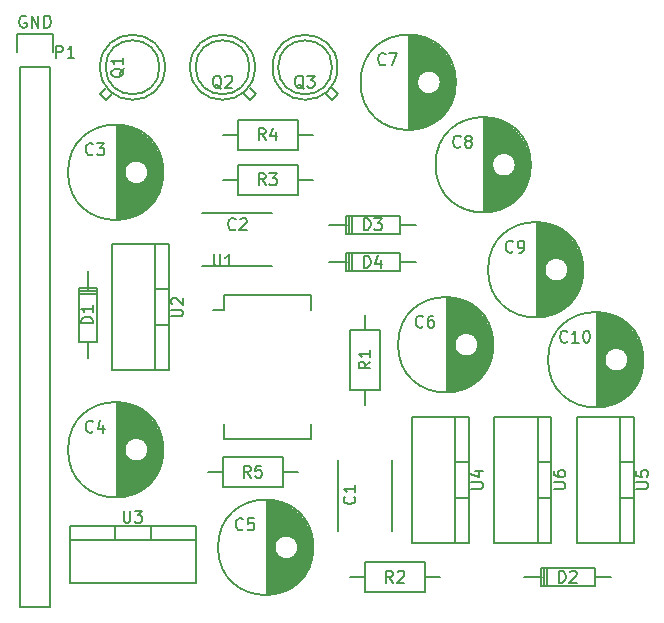
<source format=gto>
G04 #@! TF.FileFunction,Legend,Top*
%FSLAX46Y46*%
G04 Gerber Fmt 4.6, Leading zero omitted, Abs format (unit mm)*
G04 Created by KiCad (PCBNEW 4.0.4+e1-6308~48~ubuntu16.04.1-stable) date Mon Oct 24 15:19:09 2016*
%MOMM*%
%LPD*%
G01*
G04 APERTURE LIST*
%ADD10C,0.100000*%
%ADD11C,0.150000*%
G04 APERTURE END LIST*
D10*
D11*
X58710000Y-84955000D02*
X58710000Y-78955000D01*
X63210000Y-78955000D02*
X63210000Y-84955000D01*
X47125000Y-58075000D02*
X53125000Y-58075000D01*
X53125000Y-62575000D02*
X47125000Y-62575000D01*
X49030000Y-65015000D02*
X49030000Y-66285000D01*
X56380000Y-65015000D02*
X56380000Y-66285000D01*
X56380000Y-77225000D02*
X56380000Y-75955000D01*
X49030000Y-77225000D02*
X49030000Y-75955000D01*
X49030000Y-65015000D02*
X56380000Y-65015000D01*
X49030000Y-77225000D02*
X56380000Y-77225000D01*
X49030000Y-66285000D02*
X48095000Y-66285000D01*
X44323000Y-64516000D02*
X43180000Y-64516000D01*
X44323000Y-67564000D02*
X43180000Y-67564000D01*
X43180000Y-71374000D02*
X39497000Y-71374000D01*
X39497000Y-71374000D02*
X39497000Y-60706000D01*
X39497000Y-60706000D02*
X43180000Y-60706000D01*
X44323000Y-71374000D02*
X43180000Y-71374000D01*
X43180000Y-71374000D02*
X43180000Y-60706000D01*
X43180000Y-60706000D02*
X44323000Y-60706000D01*
X44323000Y-66040000D02*
X44323000Y-60706000D01*
X44323000Y-66040000D02*
X44323000Y-71374000D01*
X39751000Y-84582000D02*
X39751000Y-85725000D01*
X42799000Y-84582000D02*
X42799000Y-85725000D01*
X46609000Y-85725000D02*
X46609000Y-89408000D01*
X46609000Y-89408000D02*
X35941000Y-89408000D01*
X35941000Y-89408000D02*
X35941000Y-85725000D01*
X46609000Y-84582000D02*
X46609000Y-85725000D01*
X46609000Y-85725000D02*
X35941000Y-85725000D01*
X35941000Y-85725000D02*
X35941000Y-84582000D01*
X41275000Y-84582000D02*
X35941000Y-84582000D01*
X41275000Y-84582000D02*
X46609000Y-84582000D01*
X69723000Y-79121000D02*
X68580000Y-79121000D01*
X69723000Y-82169000D02*
X68580000Y-82169000D01*
X68580000Y-85979000D02*
X64897000Y-85979000D01*
X64897000Y-85979000D02*
X64897000Y-75311000D01*
X64897000Y-75311000D02*
X68580000Y-75311000D01*
X69723000Y-85979000D02*
X68580000Y-85979000D01*
X68580000Y-85979000D02*
X68580000Y-75311000D01*
X68580000Y-75311000D02*
X69723000Y-75311000D01*
X69723000Y-80645000D02*
X69723000Y-75311000D01*
X69723000Y-80645000D02*
X69723000Y-85979000D01*
X83693000Y-79121000D02*
X82550000Y-79121000D01*
X83693000Y-82169000D02*
X82550000Y-82169000D01*
X82550000Y-85979000D02*
X78867000Y-85979000D01*
X78867000Y-85979000D02*
X78867000Y-75311000D01*
X78867000Y-75311000D02*
X82550000Y-75311000D01*
X83693000Y-85979000D02*
X82550000Y-85979000D01*
X82550000Y-85979000D02*
X82550000Y-75311000D01*
X82550000Y-75311000D02*
X83693000Y-75311000D01*
X83693000Y-80645000D02*
X83693000Y-75311000D01*
X83693000Y-80645000D02*
X83693000Y-85979000D01*
X76708000Y-79121000D02*
X75565000Y-79121000D01*
X76708000Y-82169000D02*
X75565000Y-82169000D01*
X75565000Y-85979000D02*
X71882000Y-85979000D01*
X71882000Y-85979000D02*
X71882000Y-75311000D01*
X71882000Y-75311000D02*
X75565000Y-75311000D01*
X76708000Y-85979000D02*
X75565000Y-85979000D01*
X75565000Y-85979000D02*
X75565000Y-75311000D01*
X75565000Y-75311000D02*
X76708000Y-75311000D01*
X76708000Y-80645000D02*
X76708000Y-75311000D01*
X76708000Y-80645000D02*
X76708000Y-85979000D01*
X31750000Y-45720000D02*
X31750000Y-91440000D01*
X31750000Y-91440000D02*
X34290000Y-91440000D01*
X34290000Y-91440000D02*
X34290000Y-45720000D01*
X31470000Y-42900000D02*
X31470000Y-44450000D01*
X31750000Y-45720000D02*
X34290000Y-45720000D01*
X34570000Y-44450000D02*
X34570000Y-42900000D01*
X34570000Y-42900000D02*
X31470000Y-42900000D01*
X58674000Y-48006000D02*
X58166000Y-47498000D01*
X57658000Y-48006000D02*
X58166000Y-48514000D01*
X58166000Y-48514000D02*
X58674000Y-48006000D01*
X58166000Y-45720000D02*
G75*
G03X58166000Y-45720000I-2286000J0D01*
G01*
X58630000Y-45720000D02*
G75*
G03X58630000Y-45720000I-2750000J0D01*
G01*
X51689000Y-48006000D02*
X51181000Y-47498000D01*
X50673000Y-48006000D02*
X51181000Y-48514000D01*
X51181000Y-48514000D02*
X51689000Y-48006000D01*
X51181000Y-45720000D02*
G75*
G03X51181000Y-45720000I-2286000J0D01*
G01*
X51645000Y-45720000D02*
G75*
G03X51645000Y-45720000I-2750000J0D01*
G01*
X38989000Y-48514000D02*
X39497000Y-48006000D01*
X38989000Y-47498000D02*
X38481000Y-48006000D01*
X38481000Y-48006000D02*
X38989000Y-48514000D01*
X43561000Y-45720000D02*
G75*
G03X43561000Y-45720000I-2286000J0D01*
G01*
X44025000Y-45720000D02*
G75*
G03X44025000Y-45720000I-2750000J0D01*
G01*
X48895000Y-78740000D02*
X53975000Y-78740000D01*
X53975000Y-78740000D02*
X53975000Y-81280000D01*
X53975000Y-81280000D02*
X48895000Y-81280000D01*
X48895000Y-81280000D02*
X48895000Y-78740000D01*
X48895000Y-80010000D02*
X47625000Y-80010000D01*
X53975000Y-80010000D02*
X55245000Y-80010000D01*
X50165000Y-50165000D02*
X55245000Y-50165000D01*
X55245000Y-50165000D02*
X55245000Y-52705000D01*
X55245000Y-52705000D02*
X50165000Y-52705000D01*
X50165000Y-52705000D02*
X50165000Y-50165000D01*
X50165000Y-51435000D02*
X48895000Y-51435000D01*
X55245000Y-51435000D02*
X56515000Y-51435000D01*
X50165000Y-53975000D02*
X55245000Y-53975000D01*
X55245000Y-53975000D02*
X55245000Y-56515000D01*
X55245000Y-56515000D02*
X50165000Y-56515000D01*
X50165000Y-56515000D02*
X50165000Y-53975000D01*
X50165000Y-55245000D02*
X48895000Y-55245000D01*
X55245000Y-55245000D02*
X56515000Y-55245000D01*
X60960000Y-87630000D02*
X66040000Y-87630000D01*
X66040000Y-87630000D02*
X66040000Y-90170000D01*
X66040000Y-90170000D02*
X60960000Y-90170000D01*
X60960000Y-90170000D02*
X60960000Y-87630000D01*
X60960000Y-88900000D02*
X59690000Y-88900000D01*
X66040000Y-88900000D02*
X67310000Y-88900000D01*
X59690000Y-73025000D02*
X59690000Y-67945000D01*
X59690000Y-67945000D02*
X62230000Y-67945000D01*
X62230000Y-67945000D02*
X62230000Y-73025000D01*
X62230000Y-73025000D02*
X59690000Y-73025000D01*
X60960000Y-73025000D02*
X60960000Y-74295000D01*
X60960000Y-67945000D02*
X60960000Y-66675000D01*
X80565000Y-66486000D02*
X80565000Y-74484000D01*
X80705000Y-66491000D02*
X80705000Y-74479000D01*
X80845000Y-66501000D02*
X80845000Y-74469000D01*
X80985000Y-66516000D02*
X80985000Y-74454000D01*
X81125000Y-66536000D02*
X81125000Y-74434000D01*
X81265000Y-66561000D02*
X81265000Y-70263000D01*
X81265000Y-70707000D02*
X81265000Y-74409000D01*
X81405000Y-66591000D02*
X81405000Y-69935000D01*
X81405000Y-71035000D02*
X81405000Y-74379000D01*
X81545000Y-66627000D02*
X81545000Y-69766000D01*
X81545000Y-71204000D02*
X81545000Y-74343000D01*
X81685000Y-66668000D02*
X81685000Y-69653000D01*
X81685000Y-71317000D02*
X81685000Y-74302000D01*
X81825000Y-66714000D02*
X81825000Y-69575000D01*
X81825000Y-71395000D02*
X81825000Y-74256000D01*
X81965000Y-66767000D02*
X81965000Y-69524000D01*
X81965000Y-71446000D02*
X81965000Y-74203000D01*
X82105000Y-66826000D02*
X82105000Y-69494000D01*
X82105000Y-71476000D02*
X82105000Y-74144000D01*
X82245000Y-66891000D02*
X82245000Y-69485000D01*
X82245000Y-71485000D02*
X82245000Y-74079000D01*
X82385000Y-66962000D02*
X82385000Y-69496000D01*
X82385000Y-71474000D02*
X82385000Y-74008000D01*
X82525000Y-67041000D02*
X82525000Y-69526000D01*
X82525000Y-71444000D02*
X82525000Y-73929000D01*
X82665000Y-67128000D02*
X82665000Y-69580000D01*
X82665000Y-71390000D02*
X82665000Y-73842000D01*
X82805000Y-67223000D02*
X82805000Y-69660000D01*
X82805000Y-71310000D02*
X82805000Y-73747000D01*
X82945000Y-67327000D02*
X82945000Y-69776000D01*
X82945000Y-71194000D02*
X82945000Y-73643000D01*
X83085000Y-67441000D02*
X83085000Y-69950000D01*
X83085000Y-71020000D02*
X83085000Y-73529000D01*
X83225000Y-67566000D02*
X83225000Y-70312000D01*
X83225000Y-70658000D02*
X83225000Y-73404000D01*
X83365000Y-67704000D02*
X83365000Y-73266000D01*
X83505000Y-67856000D02*
X83505000Y-73114000D01*
X83645000Y-68026000D02*
X83645000Y-72944000D01*
X83785000Y-68217000D02*
X83785000Y-72753000D01*
X83925000Y-68435000D02*
X83925000Y-72535000D01*
X84065000Y-68691000D02*
X84065000Y-72279000D01*
X84205000Y-69002000D02*
X84205000Y-71968000D01*
X84345000Y-69418000D02*
X84345000Y-71552000D01*
X84485000Y-70285000D02*
X84485000Y-70685000D01*
X83240000Y-70485000D02*
G75*
G03X83240000Y-70485000I-1000000J0D01*
G01*
X84527500Y-70485000D02*
G75*
G03X84527500Y-70485000I-4037500J0D01*
G01*
X75485000Y-58866000D02*
X75485000Y-66864000D01*
X75625000Y-58871000D02*
X75625000Y-66859000D01*
X75765000Y-58881000D02*
X75765000Y-66849000D01*
X75905000Y-58896000D02*
X75905000Y-66834000D01*
X76045000Y-58916000D02*
X76045000Y-66814000D01*
X76185000Y-58941000D02*
X76185000Y-62643000D01*
X76185000Y-63087000D02*
X76185000Y-66789000D01*
X76325000Y-58971000D02*
X76325000Y-62315000D01*
X76325000Y-63415000D02*
X76325000Y-66759000D01*
X76465000Y-59007000D02*
X76465000Y-62146000D01*
X76465000Y-63584000D02*
X76465000Y-66723000D01*
X76605000Y-59048000D02*
X76605000Y-62033000D01*
X76605000Y-63697000D02*
X76605000Y-66682000D01*
X76745000Y-59094000D02*
X76745000Y-61955000D01*
X76745000Y-63775000D02*
X76745000Y-66636000D01*
X76885000Y-59147000D02*
X76885000Y-61904000D01*
X76885000Y-63826000D02*
X76885000Y-66583000D01*
X77025000Y-59206000D02*
X77025000Y-61874000D01*
X77025000Y-63856000D02*
X77025000Y-66524000D01*
X77165000Y-59271000D02*
X77165000Y-61865000D01*
X77165000Y-63865000D02*
X77165000Y-66459000D01*
X77305000Y-59342000D02*
X77305000Y-61876000D01*
X77305000Y-63854000D02*
X77305000Y-66388000D01*
X77445000Y-59421000D02*
X77445000Y-61906000D01*
X77445000Y-63824000D02*
X77445000Y-66309000D01*
X77585000Y-59508000D02*
X77585000Y-61960000D01*
X77585000Y-63770000D02*
X77585000Y-66222000D01*
X77725000Y-59603000D02*
X77725000Y-62040000D01*
X77725000Y-63690000D02*
X77725000Y-66127000D01*
X77865000Y-59707000D02*
X77865000Y-62156000D01*
X77865000Y-63574000D02*
X77865000Y-66023000D01*
X78005000Y-59821000D02*
X78005000Y-62330000D01*
X78005000Y-63400000D02*
X78005000Y-65909000D01*
X78145000Y-59946000D02*
X78145000Y-62692000D01*
X78145000Y-63038000D02*
X78145000Y-65784000D01*
X78285000Y-60084000D02*
X78285000Y-65646000D01*
X78425000Y-60236000D02*
X78425000Y-65494000D01*
X78565000Y-60406000D02*
X78565000Y-65324000D01*
X78705000Y-60597000D02*
X78705000Y-65133000D01*
X78845000Y-60815000D02*
X78845000Y-64915000D01*
X78985000Y-61071000D02*
X78985000Y-64659000D01*
X79125000Y-61382000D02*
X79125000Y-64348000D01*
X79265000Y-61798000D02*
X79265000Y-63932000D01*
X79405000Y-62665000D02*
X79405000Y-63065000D01*
X78160000Y-62865000D02*
G75*
G03X78160000Y-62865000I-1000000J0D01*
G01*
X79447500Y-62865000D02*
G75*
G03X79447500Y-62865000I-4037500J0D01*
G01*
X71040000Y-49976000D02*
X71040000Y-57974000D01*
X71180000Y-49981000D02*
X71180000Y-57969000D01*
X71320000Y-49991000D02*
X71320000Y-57959000D01*
X71460000Y-50006000D02*
X71460000Y-57944000D01*
X71600000Y-50026000D02*
X71600000Y-57924000D01*
X71740000Y-50051000D02*
X71740000Y-53753000D01*
X71740000Y-54197000D02*
X71740000Y-57899000D01*
X71880000Y-50081000D02*
X71880000Y-53425000D01*
X71880000Y-54525000D02*
X71880000Y-57869000D01*
X72020000Y-50117000D02*
X72020000Y-53256000D01*
X72020000Y-54694000D02*
X72020000Y-57833000D01*
X72160000Y-50158000D02*
X72160000Y-53143000D01*
X72160000Y-54807000D02*
X72160000Y-57792000D01*
X72300000Y-50204000D02*
X72300000Y-53065000D01*
X72300000Y-54885000D02*
X72300000Y-57746000D01*
X72440000Y-50257000D02*
X72440000Y-53014000D01*
X72440000Y-54936000D02*
X72440000Y-57693000D01*
X72580000Y-50316000D02*
X72580000Y-52984000D01*
X72580000Y-54966000D02*
X72580000Y-57634000D01*
X72720000Y-50381000D02*
X72720000Y-52975000D01*
X72720000Y-54975000D02*
X72720000Y-57569000D01*
X72860000Y-50452000D02*
X72860000Y-52986000D01*
X72860000Y-54964000D02*
X72860000Y-57498000D01*
X73000000Y-50531000D02*
X73000000Y-53016000D01*
X73000000Y-54934000D02*
X73000000Y-57419000D01*
X73140000Y-50618000D02*
X73140000Y-53070000D01*
X73140000Y-54880000D02*
X73140000Y-57332000D01*
X73280000Y-50713000D02*
X73280000Y-53150000D01*
X73280000Y-54800000D02*
X73280000Y-57237000D01*
X73420000Y-50817000D02*
X73420000Y-53266000D01*
X73420000Y-54684000D02*
X73420000Y-57133000D01*
X73560000Y-50931000D02*
X73560000Y-53440000D01*
X73560000Y-54510000D02*
X73560000Y-57019000D01*
X73700000Y-51056000D02*
X73700000Y-53802000D01*
X73700000Y-54148000D02*
X73700000Y-56894000D01*
X73840000Y-51194000D02*
X73840000Y-56756000D01*
X73980000Y-51346000D02*
X73980000Y-56604000D01*
X74120000Y-51516000D02*
X74120000Y-56434000D01*
X74260000Y-51707000D02*
X74260000Y-56243000D01*
X74400000Y-51925000D02*
X74400000Y-56025000D01*
X74540000Y-52181000D02*
X74540000Y-55769000D01*
X74680000Y-52492000D02*
X74680000Y-55458000D01*
X74820000Y-52908000D02*
X74820000Y-55042000D01*
X74960000Y-53775000D02*
X74960000Y-54175000D01*
X73715000Y-53975000D02*
G75*
G03X73715000Y-53975000I-1000000J0D01*
G01*
X75002500Y-53975000D02*
G75*
G03X75002500Y-53975000I-4037500J0D01*
G01*
X64690000Y-42991000D02*
X64690000Y-50989000D01*
X64830000Y-42996000D02*
X64830000Y-50984000D01*
X64970000Y-43006000D02*
X64970000Y-50974000D01*
X65110000Y-43021000D02*
X65110000Y-50959000D01*
X65250000Y-43041000D02*
X65250000Y-50939000D01*
X65390000Y-43066000D02*
X65390000Y-46768000D01*
X65390000Y-47212000D02*
X65390000Y-50914000D01*
X65530000Y-43096000D02*
X65530000Y-46440000D01*
X65530000Y-47540000D02*
X65530000Y-50884000D01*
X65670000Y-43132000D02*
X65670000Y-46271000D01*
X65670000Y-47709000D02*
X65670000Y-50848000D01*
X65810000Y-43173000D02*
X65810000Y-46158000D01*
X65810000Y-47822000D02*
X65810000Y-50807000D01*
X65950000Y-43219000D02*
X65950000Y-46080000D01*
X65950000Y-47900000D02*
X65950000Y-50761000D01*
X66090000Y-43272000D02*
X66090000Y-46029000D01*
X66090000Y-47951000D02*
X66090000Y-50708000D01*
X66230000Y-43331000D02*
X66230000Y-45999000D01*
X66230000Y-47981000D02*
X66230000Y-50649000D01*
X66370000Y-43396000D02*
X66370000Y-45990000D01*
X66370000Y-47990000D02*
X66370000Y-50584000D01*
X66510000Y-43467000D02*
X66510000Y-46001000D01*
X66510000Y-47979000D02*
X66510000Y-50513000D01*
X66650000Y-43546000D02*
X66650000Y-46031000D01*
X66650000Y-47949000D02*
X66650000Y-50434000D01*
X66790000Y-43633000D02*
X66790000Y-46085000D01*
X66790000Y-47895000D02*
X66790000Y-50347000D01*
X66930000Y-43728000D02*
X66930000Y-46165000D01*
X66930000Y-47815000D02*
X66930000Y-50252000D01*
X67070000Y-43832000D02*
X67070000Y-46281000D01*
X67070000Y-47699000D02*
X67070000Y-50148000D01*
X67210000Y-43946000D02*
X67210000Y-46455000D01*
X67210000Y-47525000D02*
X67210000Y-50034000D01*
X67350000Y-44071000D02*
X67350000Y-46817000D01*
X67350000Y-47163000D02*
X67350000Y-49909000D01*
X67490000Y-44209000D02*
X67490000Y-49771000D01*
X67630000Y-44361000D02*
X67630000Y-49619000D01*
X67770000Y-44531000D02*
X67770000Y-49449000D01*
X67910000Y-44722000D02*
X67910000Y-49258000D01*
X68050000Y-44940000D02*
X68050000Y-49040000D01*
X68190000Y-45196000D02*
X68190000Y-48784000D01*
X68330000Y-45507000D02*
X68330000Y-48473000D01*
X68470000Y-45923000D02*
X68470000Y-48057000D01*
X68610000Y-46790000D02*
X68610000Y-47190000D01*
X67365000Y-46990000D02*
G75*
G03X67365000Y-46990000I-1000000J0D01*
G01*
X68652500Y-46990000D02*
G75*
G03X68652500Y-46990000I-4037500J0D01*
G01*
X67865000Y-65216000D02*
X67865000Y-73214000D01*
X68005000Y-65221000D02*
X68005000Y-73209000D01*
X68145000Y-65231000D02*
X68145000Y-73199000D01*
X68285000Y-65246000D02*
X68285000Y-73184000D01*
X68425000Y-65266000D02*
X68425000Y-73164000D01*
X68565000Y-65291000D02*
X68565000Y-68993000D01*
X68565000Y-69437000D02*
X68565000Y-73139000D01*
X68705000Y-65321000D02*
X68705000Y-68665000D01*
X68705000Y-69765000D02*
X68705000Y-73109000D01*
X68845000Y-65357000D02*
X68845000Y-68496000D01*
X68845000Y-69934000D02*
X68845000Y-73073000D01*
X68985000Y-65398000D02*
X68985000Y-68383000D01*
X68985000Y-70047000D02*
X68985000Y-73032000D01*
X69125000Y-65444000D02*
X69125000Y-68305000D01*
X69125000Y-70125000D02*
X69125000Y-72986000D01*
X69265000Y-65497000D02*
X69265000Y-68254000D01*
X69265000Y-70176000D02*
X69265000Y-72933000D01*
X69405000Y-65556000D02*
X69405000Y-68224000D01*
X69405000Y-70206000D02*
X69405000Y-72874000D01*
X69545000Y-65621000D02*
X69545000Y-68215000D01*
X69545000Y-70215000D02*
X69545000Y-72809000D01*
X69685000Y-65692000D02*
X69685000Y-68226000D01*
X69685000Y-70204000D02*
X69685000Y-72738000D01*
X69825000Y-65771000D02*
X69825000Y-68256000D01*
X69825000Y-70174000D02*
X69825000Y-72659000D01*
X69965000Y-65858000D02*
X69965000Y-68310000D01*
X69965000Y-70120000D02*
X69965000Y-72572000D01*
X70105000Y-65953000D02*
X70105000Y-68390000D01*
X70105000Y-70040000D02*
X70105000Y-72477000D01*
X70245000Y-66057000D02*
X70245000Y-68506000D01*
X70245000Y-69924000D02*
X70245000Y-72373000D01*
X70385000Y-66171000D02*
X70385000Y-68680000D01*
X70385000Y-69750000D02*
X70385000Y-72259000D01*
X70525000Y-66296000D02*
X70525000Y-69042000D01*
X70525000Y-69388000D02*
X70525000Y-72134000D01*
X70665000Y-66434000D02*
X70665000Y-71996000D01*
X70805000Y-66586000D02*
X70805000Y-71844000D01*
X70945000Y-66756000D02*
X70945000Y-71674000D01*
X71085000Y-66947000D02*
X71085000Y-71483000D01*
X71225000Y-67165000D02*
X71225000Y-71265000D01*
X71365000Y-67421000D02*
X71365000Y-71009000D01*
X71505000Y-67732000D02*
X71505000Y-70698000D01*
X71645000Y-68148000D02*
X71645000Y-70282000D01*
X71785000Y-69015000D02*
X71785000Y-69415000D01*
X70540000Y-69215000D02*
G75*
G03X70540000Y-69215000I-1000000J0D01*
G01*
X71827500Y-69215000D02*
G75*
G03X71827500Y-69215000I-4037500J0D01*
G01*
X52625000Y-82361000D02*
X52625000Y-90359000D01*
X52765000Y-82366000D02*
X52765000Y-90354000D01*
X52905000Y-82376000D02*
X52905000Y-90344000D01*
X53045000Y-82391000D02*
X53045000Y-90329000D01*
X53185000Y-82411000D02*
X53185000Y-90309000D01*
X53325000Y-82436000D02*
X53325000Y-86138000D01*
X53325000Y-86582000D02*
X53325000Y-90284000D01*
X53465000Y-82466000D02*
X53465000Y-85810000D01*
X53465000Y-86910000D02*
X53465000Y-90254000D01*
X53605000Y-82502000D02*
X53605000Y-85641000D01*
X53605000Y-87079000D02*
X53605000Y-90218000D01*
X53745000Y-82543000D02*
X53745000Y-85528000D01*
X53745000Y-87192000D02*
X53745000Y-90177000D01*
X53885000Y-82589000D02*
X53885000Y-85450000D01*
X53885000Y-87270000D02*
X53885000Y-90131000D01*
X54025000Y-82642000D02*
X54025000Y-85399000D01*
X54025000Y-87321000D02*
X54025000Y-90078000D01*
X54165000Y-82701000D02*
X54165000Y-85369000D01*
X54165000Y-87351000D02*
X54165000Y-90019000D01*
X54305000Y-82766000D02*
X54305000Y-85360000D01*
X54305000Y-87360000D02*
X54305000Y-89954000D01*
X54445000Y-82837000D02*
X54445000Y-85371000D01*
X54445000Y-87349000D02*
X54445000Y-89883000D01*
X54585000Y-82916000D02*
X54585000Y-85401000D01*
X54585000Y-87319000D02*
X54585000Y-89804000D01*
X54725000Y-83003000D02*
X54725000Y-85455000D01*
X54725000Y-87265000D02*
X54725000Y-89717000D01*
X54865000Y-83098000D02*
X54865000Y-85535000D01*
X54865000Y-87185000D02*
X54865000Y-89622000D01*
X55005000Y-83202000D02*
X55005000Y-85651000D01*
X55005000Y-87069000D02*
X55005000Y-89518000D01*
X55145000Y-83316000D02*
X55145000Y-85825000D01*
X55145000Y-86895000D02*
X55145000Y-89404000D01*
X55285000Y-83441000D02*
X55285000Y-86187000D01*
X55285000Y-86533000D02*
X55285000Y-89279000D01*
X55425000Y-83579000D02*
X55425000Y-89141000D01*
X55565000Y-83731000D02*
X55565000Y-88989000D01*
X55705000Y-83901000D02*
X55705000Y-88819000D01*
X55845000Y-84092000D02*
X55845000Y-88628000D01*
X55985000Y-84310000D02*
X55985000Y-88410000D01*
X56125000Y-84566000D02*
X56125000Y-88154000D01*
X56265000Y-84877000D02*
X56265000Y-87843000D01*
X56405000Y-85293000D02*
X56405000Y-87427000D01*
X56545000Y-86160000D02*
X56545000Y-86560000D01*
X55300000Y-86360000D02*
G75*
G03X55300000Y-86360000I-1000000J0D01*
G01*
X56587500Y-86360000D02*
G75*
G03X56587500Y-86360000I-4037500J0D01*
G01*
X39925000Y-74106000D02*
X39925000Y-82104000D01*
X40065000Y-74111000D02*
X40065000Y-82099000D01*
X40205000Y-74121000D02*
X40205000Y-82089000D01*
X40345000Y-74136000D02*
X40345000Y-82074000D01*
X40485000Y-74156000D02*
X40485000Y-82054000D01*
X40625000Y-74181000D02*
X40625000Y-77883000D01*
X40625000Y-78327000D02*
X40625000Y-82029000D01*
X40765000Y-74211000D02*
X40765000Y-77555000D01*
X40765000Y-78655000D02*
X40765000Y-81999000D01*
X40905000Y-74247000D02*
X40905000Y-77386000D01*
X40905000Y-78824000D02*
X40905000Y-81963000D01*
X41045000Y-74288000D02*
X41045000Y-77273000D01*
X41045000Y-78937000D02*
X41045000Y-81922000D01*
X41185000Y-74334000D02*
X41185000Y-77195000D01*
X41185000Y-79015000D02*
X41185000Y-81876000D01*
X41325000Y-74387000D02*
X41325000Y-77144000D01*
X41325000Y-79066000D02*
X41325000Y-81823000D01*
X41465000Y-74446000D02*
X41465000Y-77114000D01*
X41465000Y-79096000D02*
X41465000Y-81764000D01*
X41605000Y-74511000D02*
X41605000Y-77105000D01*
X41605000Y-79105000D02*
X41605000Y-81699000D01*
X41745000Y-74582000D02*
X41745000Y-77116000D01*
X41745000Y-79094000D02*
X41745000Y-81628000D01*
X41885000Y-74661000D02*
X41885000Y-77146000D01*
X41885000Y-79064000D02*
X41885000Y-81549000D01*
X42025000Y-74748000D02*
X42025000Y-77200000D01*
X42025000Y-79010000D02*
X42025000Y-81462000D01*
X42165000Y-74843000D02*
X42165000Y-77280000D01*
X42165000Y-78930000D02*
X42165000Y-81367000D01*
X42305000Y-74947000D02*
X42305000Y-77396000D01*
X42305000Y-78814000D02*
X42305000Y-81263000D01*
X42445000Y-75061000D02*
X42445000Y-77570000D01*
X42445000Y-78640000D02*
X42445000Y-81149000D01*
X42585000Y-75186000D02*
X42585000Y-77932000D01*
X42585000Y-78278000D02*
X42585000Y-81024000D01*
X42725000Y-75324000D02*
X42725000Y-80886000D01*
X42865000Y-75476000D02*
X42865000Y-80734000D01*
X43005000Y-75646000D02*
X43005000Y-80564000D01*
X43145000Y-75837000D02*
X43145000Y-80373000D01*
X43285000Y-76055000D02*
X43285000Y-80155000D01*
X43425000Y-76311000D02*
X43425000Y-79899000D01*
X43565000Y-76622000D02*
X43565000Y-79588000D01*
X43705000Y-77038000D02*
X43705000Y-79172000D01*
X43845000Y-77905000D02*
X43845000Y-78305000D01*
X42600000Y-78105000D02*
G75*
G03X42600000Y-78105000I-1000000J0D01*
G01*
X43887500Y-78105000D02*
G75*
G03X43887500Y-78105000I-4037500J0D01*
G01*
X39925000Y-50611000D02*
X39925000Y-58609000D01*
X40065000Y-50616000D02*
X40065000Y-58604000D01*
X40205000Y-50626000D02*
X40205000Y-58594000D01*
X40345000Y-50641000D02*
X40345000Y-58579000D01*
X40485000Y-50661000D02*
X40485000Y-58559000D01*
X40625000Y-50686000D02*
X40625000Y-54388000D01*
X40625000Y-54832000D02*
X40625000Y-58534000D01*
X40765000Y-50716000D02*
X40765000Y-54060000D01*
X40765000Y-55160000D02*
X40765000Y-58504000D01*
X40905000Y-50752000D02*
X40905000Y-53891000D01*
X40905000Y-55329000D02*
X40905000Y-58468000D01*
X41045000Y-50793000D02*
X41045000Y-53778000D01*
X41045000Y-55442000D02*
X41045000Y-58427000D01*
X41185000Y-50839000D02*
X41185000Y-53700000D01*
X41185000Y-55520000D02*
X41185000Y-58381000D01*
X41325000Y-50892000D02*
X41325000Y-53649000D01*
X41325000Y-55571000D02*
X41325000Y-58328000D01*
X41465000Y-50951000D02*
X41465000Y-53619000D01*
X41465000Y-55601000D02*
X41465000Y-58269000D01*
X41605000Y-51016000D02*
X41605000Y-53610000D01*
X41605000Y-55610000D02*
X41605000Y-58204000D01*
X41745000Y-51087000D02*
X41745000Y-53621000D01*
X41745000Y-55599000D02*
X41745000Y-58133000D01*
X41885000Y-51166000D02*
X41885000Y-53651000D01*
X41885000Y-55569000D02*
X41885000Y-58054000D01*
X42025000Y-51253000D02*
X42025000Y-53705000D01*
X42025000Y-55515000D02*
X42025000Y-57967000D01*
X42165000Y-51348000D02*
X42165000Y-53785000D01*
X42165000Y-55435000D02*
X42165000Y-57872000D01*
X42305000Y-51452000D02*
X42305000Y-53901000D01*
X42305000Y-55319000D02*
X42305000Y-57768000D01*
X42445000Y-51566000D02*
X42445000Y-54075000D01*
X42445000Y-55145000D02*
X42445000Y-57654000D01*
X42585000Y-51691000D02*
X42585000Y-54437000D01*
X42585000Y-54783000D02*
X42585000Y-57529000D01*
X42725000Y-51829000D02*
X42725000Y-57391000D01*
X42865000Y-51981000D02*
X42865000Y-57239000D01*
X43005000Y-52151000D02*
X43005000Y-57069000D01*
X43145000Y-52342000D02*
X43145000Y-56878000D01*
X43285000Y-52560000D02*
X43285000Y-56660000D01*
X43425000Y-52816000D02*
X43425000Y-56404000D01*
X43565000Y-53127000D02*
X43565000Y-56093000D01*
X43705000Y-53543000D02*
X43705000Y-55677000D01*
X43845000Y-54410000D02*
X43845000Y-54810000D01*
X42600000Y-54610000D02*
G75*
G03X42600000Y-54610000I-1000000J0D01*
G01*
X43887500Y-54610000D02*
G75*
G03X43887500Y-54610000I-4037500J0D01*
G01*
X63881520Y-62227460D02*
X65278520Y-62227460D01*
X59436520Y-62227460D02*
X57912520Y-62227460D01*
X59817520Y-61465460D02*
X59817520Y-62989460D01*
X59563520Y-61465460D02*
X59563520Y-62989460D01*
X59309520Y-62227460D02*
X59309520Y-62989460D01*
X59309520Y-62989460D02*
X63881520Y-62989460D01*
X63881520Y-62989460D02*
X63881520Y-61465460D01*
X63881520Y-61465460D02*
X59309520Y-61465460D01*
X59309520Y-61465460D02*
X59309520Y-62227460D01*
X63881520Y-59052460D02*
X65278520Y-59052460D01*
X59436520Y-59052460D02*
X57912520Y-59052460D01*
X59817520Y-58290460D02*
X59817520Y-59814460D01*
X59563520Y-58290460D02*
X59563520Y-59814460D01*
X59309520Y-59052460D02*
X59309520Y-59814460D01*
X59309520Y-59814460D02*
X63881520Y-59814460D01*
X63881520Y-59814460D02*
X63881520Y-58290460D01*
X63881520Y-58290460D02*
X59309520Y-58290460D01*
X59309520Y-58290460D02*
X59309520Y-59052460D01*
X80391520Y-88897460D02*
X81788520Y-88897460D01*
X75946520Y-88897460D02*
X74422520Y-88897460D01*
X76327520Y-88135460D02*
X76327520Y-89659460D01*
X76073520Y-88135460D02*
X76073520Y-89659460D01*
X75819520Y-88897460D02*
X75819520Y-89659460D01*
X75819520Y-89659460D02*
X80391520Y-89659460D01*
X80391520Y-89659460D02*
X80391520Y-88135460D01*
X80391520Y-88135460D02*
X75819520Y-88135460D01*
X75819520Y-88135460D02*
X75819520Y-88897460D01*
X37467540Y-68961520D02*
X37467540Y-70358520D01*
X37467540Y-64516520D02*
X37467540Y-62992520D01*
X38229540Y-64897520D02*
X36705540Y-64897520D01*
X38229540Y-64643520D02*
X36705540Y-64643520D01*
X37467540Y-64389520D02*
X36705540Y-64389520D01*
X36705540Y-64389520D02*
X36705540Y-68961520D01*
X36705540Y-68961520D02*
X38229540Y-68961520D01*
X38229540Y-68961520D02*
X38229540Y-64389520D01*
X38229540Y-64389520D02*
X37467540Y-64389520D01*
X60047143Y-82081666D02*
X60094762Y-82129285D01*
X60142381Y-82272142D01*
X60142381Y-82367380D01*
X60094762Y-82510238D01*
X59999524Y-82605476D01*
X59904286Y-82653095D01*
X59713810Y-82700714D01*
X59570952Y-82700714D01*
X59380476Y-82653095D01*
X59285238Y-82605476D01*
X59190000Y-82510238D01*
X59142381Y-82367380D01*
X59142381Y-82272142D01*
X59190000Y-82129285D01*
X59237619Y-82081666D01*
X60142381Y-81129285D02*
X60142381Y-81700714D01*
X60142381Y-81415000D02*
X59142381Y-81415000D01*
X59285238Y-81510238D01*
X59380476Y-81605476D01*
X59428095Y-81700714D01*
X49998334Y-59412143D02*
X49950715Y-59459762D01*
X49807858Y-59507381D01*
X49712620Y-59507381D01*
X49569762Y-59459762D01*
X49474524Y-59364524D01*
X49426905Y-59269286D01*
X49379286Y-59078810D01*
X49379286Y-58935952D01*
X49426905Y-58745476D01*
X49474524Y-58650238D01*
X49569762Y-58555000D01*
X49712620Y-58507381D01*
X49807858Y-58507381D01*
X49950715Y-58555000D01*
X49998334Y-58602619D01*
X50379286Y-58602619D02*
X50426905Y-58555000D01*
X50522143Y-58507381D01*
X50760239Y-58507381D01*
X50855477Y-58555000D01*
X50903096Y-58602619D01*
X50950715Y-58697857D01*
X50950715Y-58793095D01*
X50903096Y-58935952D01*
X50331667Y-59507381D01*
X50950715Y-59507381D01*
X48133095Y-61542381D02*
X48133095Y-62351905D01*
X48180714Y-62447143D01*
X48228333Y-62494762D01*
X48323571Y-62542381D01*
X48514048Y-62542381D01*
X48609286Y-62494762D01*
X48656905Y-62447143D01*
X48704524Y-62351905D01*
X48704524Y-61542381D01*
X49704524Y-62542381D02*
X49133095Y-62542381D01*
X49418809Y-62542381D02*
X49418809Y-61542381D01*
X49323571Y-61685238D01*
X49228333Y-61780476D01*
X49133095Y-61828095D01*
X44537381Y-66801905D02*
X45346905Y-66801905D01*
X45442143Y-66754286D01*
X45489762Y-66706667D01*
X45537381Y-66611429D01*
X45537381Y-66420952D01*
X45489762Y-66325714D01*
X45442143Y-66278095D01*
X45346905Y-66230476D01*
X44537381Y-66230476D01*
X44632619Y-65801905D02*
X44585000Y-65754286D01*
X44537381Y-65659048D01*
X44537381Y-65420952D01*
X44585000Y-65325714D01*
X44632619Y-65278095D01*
X44727857Y-65230476D01*
X44823095Y-65230476D01*
X44965952Y-65278095D01*
X45537381Y-65849524D01*
X45537381Y-65230476D01*
X40513095Y-83272381D02*
X40513095Y-84081905D01*
X40560714Y-84177143D01*
X40608333Y-84224762D01*
X40703571Y-84272381D01*
X40894048Y-84272381D01*
X40989286Y-84224762D01*
X41036905Y-84177143D01*
X41084524Y-84081905D01*
X41084524Y-83272381D01*
X41465476Y-83272381D02*
X42084524Y-83272381D01*
X41751190Y-83653333D01*
X41894048Y-83653333D01*
X41989286Y-83700952D01*
X42036905Y-83748571D01*
X42084524Y-83843810D01*
X42084524Y-84081905D01*
X42036905Y-84177143D01*
X41989286Y-84224762D01*
X41894048Y-84272381D01*
X41608333Y-84272381D01*
X41513095Y-84224762D01*
X41465476Y-84177143D01*
X69937381Y-81406905D02*
X70746905Y-81406905D01*
X70842143Y-81359286D01*
X70889762Y-81311667D01*
X70937381Y-81216429D01*
X70937381Y-81025952D01*
X70889762Y-80930714D01*
X70842143Y-80883095D01*
X70746905Y-80835476D01*
X69937381Y-80835476D01*
X70270714Y-79930714D02*
X70937381Y-79930714D01*
X69889762Y-80168810D02*
X70604048Y-80406905D01*
X70604048Y-79787857D01*
X83907381Y-81406905D02*
X84716905Y-81406905D01*
X84812143Y-81359286D01*
X84859762Y-81311667D01*
X84907381Y-81216429D01*
X84907381Y-81025952D01*
X84859762Y-80930714D01*
X84812143Y-80883095D01*
X84716905Y-80835476D01*
X83907381Y-80835476D01*
X83907381Y-79883095D02*
X83907381Y-80359286D01*
X84383571Y-80406905D01*
X84335952Y-80359286D01*
X84288333Y-80264048D01*
X84288333Y-80025952D01*
X84335952Y-79930714D01*
X84383571Y-79883095D01*
X84478810Y-79835476D01*
X84716905Y-79835476D01*
X84812143Y-79883095D01*
X84859762Y-79930714D01*
X84907381Y-80025952D01*
X84907381Y-80264048D01*
X84859762Y-80359286D01*
X84812143Y-80406905D01*
X76922381Y-81406905D02*
X77731905Y-81406905D01*
X77827143Y-81359286D01*
X77874762Y-81311667D01*
X77922381Y-81216429D01*
X77922381Y-81025952D01*
X77874762Y-80930714D01*
X77827143Y-80883095D01*
X77731905Y-80835476D01*
X76922381Y-80835476D01*
X76922381Y-79930714D02*
X76922381Y-80121191D01*
X76970000Y-80216429D01*
X77017619Y-80264048D01*
X77160476Y-80359286D01*
X77350952Y-80406905D01*
X77731905Y-80406905D01*
X77827143Y-80359286D01*
X77874762Y-80311667D01*
X77922381Y-80216429D01*
X77922381Y-80025952D01*
X77874762Y-79930714D01*
X77827143Y-79883095D01*
X77731905Y-79835476D01*
X77493810Y-79835476D01*
X77398571Y-79883095D01*
X77350952Y-79930714D01*
X77303333Y-80025952D01*
X77303333Y-80216429D01*
X77350952Y-80311667D01*
X77398571Y-80359286D01*
X77493810Y-80406905D01*
X34821905Y-44902381D02*
X34821905Y-43902381D01*
X35202858Y-43902381D01*
X35298096Y-43950000D01*
X35345715Y-43997619D01*
X35393334Y-44092857D01*
X35393334Y-44235714D01*
X35345715Y-44330952D01*
X35298096Y-44378571D01*
X35202858Y-44426190D01*
X34821905Y-44426190D01*
X36345715Y-44902381D02*
X35774286Y-44902381D01*
X36060000Y-44902381D02*
X36060000Y-43902381D01*
X35964762Y-44045238D01*
X35869524Y-44140476D01*
X35774286Y-44188095D01*
X32258096Y-41410000D02*
X32162858Y-41362381D01*
X32020001Y-41362381D01*
X31877143Y-41410000D01*
X31781905Y-41505238D01*
X31734286Y-41600476D01*
X31686667Y-41790952D01*
X31686667Y-41933810D01*
X31734286Y-42124286D01*
X31781905Y-42219524D01*
X31877143Y-42314762D01*
X32020001Y-42362381D01*
X32115239Y-42362381D01*
X32258096Y-42314762D01*
X32305715Y-42267143D01*
X32305715Y-41933810D01*
X32115239Y-41933810D01*
X32734286Y-42362381D02*
X32734286Y-41362381D01*
X33305715Y-42362381D01*
X33305715Y-41362381D01*
X33781905Y-42362381D02*
X33781905Y-41362381D01*
X34020000Y-41362381D01*
X34162858Y-41410000D01*
X34258096Y-41505238D01*
X34305715Y-41600476D01*
X34353334Y-41790952D01*
X34353334Y-41933810D01*
X34305715Y-42124286D01*
X34258096Y-42219524D01*
X34162858Y-42314762D01*
X34020000Y-42362381D01*
X33781905Y-42362381D01*
X55784762Y-47537619D02*
X55689524Y-47490000D01*
X55594286Y-47394762D01*
X55451429Y-47251905D01*
X55356190Y-47204286D01*
X55260952Y-47204286D01*
X55308571Y-47442381D02*
X55213333Y-47394762D01*
X55118095Y-47299524D01*
X55070476Y-47109048D01*
X55070476Y-46775714D01*
X55118095Y-46585238D01*
X55213333Y-46490000D01*
X55308571Y-46442381D01*
X55499048Y-46442381D01*
X55594286Y-46490000D01*
X55689524Y-46585238D01*
X55737143Y-46775714D01*
X55737143Y-47109048D01*
X55689524Y-47299524D01*
X55594286Y-47394762D01*
X55499048Y-47442381D01*
X55308571Y-47442381D01*
X56070476Y-46442381D02*
X56689524Y-46442381D01*
X56356190Y-46823333D01*
X56499048Y-46823333D01*
X56594286Y-46870952D01*
X56641905Y-46918571D01*
X56689524Y-47013810D01*
X56689524Y-47251905D01*
X56641905Y-47347143D01*
X56594286Y-47394762D01*
X56499048Y-47442381D01*
X56213333Y-47442381D01*
X56118095Y-47394762D01*
X56070476Y-47347143D01*
X48799762Y-47537619D02*
X48704524Y-47490000D01*
X48609286Y-47394762D01*
X48466429Y-47251905D01*
X48371190Y-47204286D01*
X48275952Y-47204286D01*
X48323571Y-47442381D02*
X48228333Y-47394762D01*
X48133095Y-47299524D01*
X48085476Y-47109048D01*
X48085476Y-46775714D01*
X48133095Y-46585238D01*
X48228333Y-46490000D01*
X48323571Y-46442381D01*
X48514048Y-46442381D01*
X48609286Y-46490000D01*
X48704524Y-46585238D01*
X48752143Y-46775714D01*
X48752143Y-47109048D01*
X48704524Y-47299524D01*
X48609286Y-47394762D01*
X48514048Y-47442381D01*
X48323571Y-47442381D01*
X49133095Y-46537619D02*
X49180714Y-46490000D01*
X49275952Y-46442381D01*
X49514048Y-46442381D01*
X49609286Y-46490000D01*
X49656905Y-46537619D01*
X49704524Y-46632857D01*
X49704524Y-46728095D01*
X49656905Y-46870952D01*
X49085476Y-47442381D01*
X49704524Y-47442381D01*
X40552619Y-45815238D02*
X40505000Y-45910476D01*
X40409762Y-46005714D01*
X40266905Y-46148571D01*
X40219286Y-46243810D01*
X40219286Y-46339048D01*
X40457381Y-46291429D02*
X40409762Y-46386667D01*
X40314524Y-46481905D01*
X40124048Y-46529524D01*
X39790714Y-46529524D01*
X39600238Y-46481905D01*
X39505000Y-46386667D01*
X39457381Y-46291429D01*
X39457381Y-46100952D01*
X39505000Y-46005714D01*
X39600238Y-45910476D01*
X39790714Y-45862857D01*
X40124048Y-45862857D01*
X40314524Y-45910476D01*
X40409762Y-46005714D01*
X40457381Y-46100952D01*
X40457381Y-46291429D01*
X40457381Y-44910476D02*
X40457381Y-45481905D01*
X40457381Y-45196191D02*
X39457381Y-45196191D01*
X39600238Y-45291429D01*
X39695476Y-45386667D01*
X39743095Y-45481905D01*
X51268334Y-80462381D02*
X50935000Y-79986190D01*
X50696905Y-80462381D02*
X50696905Y-79462381D01*
X51077858Y-79462381D01*
X51173096Y-79510000D01*
X51220715Y-79557619D01*
X51268334Y-79652857D01*
X51268334Y-79795714D01*
X51220715Y-79890952D01*
X51173096Y-79938571D01*
X51077858Y-79986190D01*
X50696905Y-79986190D01*
X52173096Y-79462381D02*
X51696905Y-79462381D01*
X51649286Y-79938571D01*
X51696905Y-79890952D01*
X51792143Y-79843333D01*
X52030239Y-79843333D01*
X52125477Y-79890952D01*
X52173096Y-79938571D01*
X52220715Y-80033810D01*
X52220715Y-80271905D01*
X52173096Y-80367143D01*
X52125477Y-80414762D01*
X52030239Y-80462381D01*
X51792143Y-80462381D01*
X51696905Y-80414762D01*
X51649286Y-80367143D01*
X52538334Y-51887381D02*
X52205000Y-51411190D01*
X51966905Y-51887381D02*
X51966905Y-50887381D01*
X52347858Y-50887381D01*
X52443096Y-50935000D01*
X52490715Y-50982619D01*
X52538334Y-51077857D01*
X52538334Y-51220714D01*
X52490715Y-51315952D01*
X52443096Y-51363571D01*
X52347858Y-51411190D01*
X51966905Y-51411190D01*
X53395477Y-51220714D02*
X53395477Y-51887381D01*
X53157381Y-50839762D02*
X52919286Y-51554048D01*
X53538334Y-51554048D01*
X52538334Y-55697381D02*
X52205000Y-55221190D01*
X51966905Y-55697381D02*
X51966905Y-54697381D01*
X52347858Y-54697381D01*
X52443096Y-54745000D01*
X52490715Y-54792619D01*
X52538334Y-54887857D01*
X52538334Y-55030714D01*
X52490715Y-55125952D01*
X52443096Y-55173571D01*
X52347858Y-55221190D01*
X51966905Y-55221190D01*
X52871667Y-54697381D02*
X53490715Y-54697381D01*
X53157381Y-55078333D01*
X53300239Y-55078333D01*
X53395477Y-55125952D01*
X53443096Y-55173571D01*
X53490715Y-55268810D01*
X53490715Y-55506905D01*
X53443096Y-55602143D01*
X53395477Y-55649762D01*
X53300239Y-55697381D01*
X53014524Y-55697381D01*
X52919286Y-55649762D01*
X52871667Y-55602143D01*
X63333334Y-89352381D02*
X63000000Y-88876190D01*
X62761905Y-89352381D02*
X62761905Y-88352381D01*
X63142858Y-88352381D01*
X63238096Y-88400000D01*
X63285715Y-88447619D01*
X63333334Y-88542857D01*
X63333334Y-88685714D01*
X63285715Y-88780952D01*
X63238096Y-88828571D01*
X63142858Y-88876190D01*
X62761905Y-88876190D01*
X63714286Y-88447619D02*
X63761905Y-88400000D01*
X63857143Y-88352381D01*
X64095239Y-88352381D01*
X64190477Y-88400000D01*
X64238096Y-88447619D01*
X64285715Y-88542857D01*
X64285715Y-88638095D01*
X64238096Y-88780952D01*
X63666667Y-89352381D01*
X64285715Y-89352381D01*
X61412381Y-70651666D02*
X60936190Y-70985000D01*
X61412381Y-71223095D02*
X60412381Y-71223095D01*
X60412381Y-70842142D01*
X60460000Y-70746904D01*
X60507619Y-70699285D01*
X60602857Y-70651666D01*
X60745714Y-70651666D01*
X60840952Y-70699285D01*
X60888571Y-70746904D01*
X60936190Y-70842142D01*
X60936190Y-71223095D01*
X61412381Y-69699285D02*
X61412381Y-70270714D01*
X61412381Y-69985000D02*
X60412381Y-69985000D01*
X60555238Y-70080238D01*
X60650476Y-70175476D01*
X60698095Y-70270714D01*
X78097143Y-68937143D02*
X78049524Y-68984762D01*
X77906667Y-69032381D01*
X77811429Y-69032381D01*
X77668571Y-68984762D01*
X77573333Y-68889524D01*
X77525714Y-68794286D01*
X77478095Y-68603810D01*
X77478095Y-68460952D01*
X77525714Y-68270476D01*
X77573333Y-68175238D01*
X77668571Y-68080000D01*
X77811429Y-68032381D01*
X77906667Y-68032381D01*
X78049524Y-68080000D01*
X78097143Y-68127619D01*
X79049524Y-69032381D02*
X78478095Y-69032381D01*
X78763809Y-69032381D02*
X78763809Y-68032381D01*
X78668571Y-68175238D01*
X78573333Y-68270476D01*
X78478095Y-68318095D01*
X79668571Y-68032381D02*
X79763810Y-68032381D01*
X79859048Y-68080000D01*
X79906667Y-68127619D01*
X79954286Y-68222857D01*
X80001905Y-68413333D01*
X80001905Y-68651429D01*
X79954286Y-68841905D01*
X79906667Y-68937143D01*
X79859048Y-68984762D01*
X79763810Y-69032381D01*
X79668571Y-69032381D01*
X79573333Y-68984762D01*
X79525714Y-68937143D01*
X79478095Y-68841905D01*
X79430476Y-68651429D01*
X79430476Y-68413333D01*
X79478095Y-68222857D01*
X79525714Y-68127619D01*
X79573333Y-68080000D01*
X79668571Y-68032381D01*
X73493334Y-61317143D02*
X73445715Y-61364762D01*
X73302858Y-61412381D01*
X73207620Y-61412381D01*
X73064762Y-61364762D01*
X72969524Y-61269524D01*
X72921905Y-61174286D01*
X72874286Y-60983810D01*
X72874286Y-60840952D01*
X72921905Y-60650476D01*
X72969524Y-60555238D01*
X73064762Y-60460000D01*
X73207620Y-60412381D01*
X73302858Y-60412381D01*
X73445715Y-60460000D01*
X73493334Y-60507619D01*
X73969524Y-61412381D02*
X74160000Y-61412381D01*
X74255239Y-61364762D01*
X74302858Y-61317143D01*
X74398096Y-61174286D01*
X74445715Y-60983810D01*
X74445715Y-60602857D01*
X74398096Y-60507619D01*
X74350477Y-60460000D01*
X74255239Y-60412381D01*
X74064762Y-60412381D01*
X73969524Y-60460000D01*
X73921905Y-60507619D01*
X73874286Y-60602857D01*
X73874286Y-60840952D01*
X73921905Y-60936190D01*
X73969524Y-60983810D01*
X74064762Y-61031429D01*
X74255239Y-61031429D01*
X74350477Y-60983810D01*
X74398096Y-60936190D01*
X74445715Y-60840952D01*
X69048334Y-52427143D02*
X69000715Y-52474762D01*
X68857858Y-52522381D01*
X68762620Y-52522381D01*
X68619762Y-52474762D01*
X68524524Y-52379524D01*
X68476905Y-52284286D01*
X68429286Y-52093810D01*
X68429286Y-51950952D01*
X68476905Y-51760476D01*
X68524524Y-51665238D01*
X68619762Y-51570000D01*
X68762620Y-51522381D01*
X68857858Y-51522381D01*
X69000715Y-51570000D01*
X69048334Y-51617619D01*
X69619762Y-51950952D02*
X69524524Y-51903333D01*
X69476905Y-51855714D01*
X69429286Y-51760476D01*
X69429286Y-51712857D01*
X69476905Y-51617619D01*
X69524524Y-51570000D01*
X69619762Y-51522381D01*
X69810239Y-51522381D01*
X69905477Y-51570000D01*
X69953096Y-51617619D01*
X70000715Y-51712857D01*
X70000715Y-51760476D01*
X69953096Y-51855714D01*
X69905477Y-51903333D01*
X69810239Y-51950952D01*
X69619762Y-51950952D01*
X69524524Y-51998571D01*
X69476905Y-52046190D01*
X69429286Y-52141429D01*
X69429286Y-52331905D01*
X69476905Y-52427143D01*
X69524524Y-52474762D01*
X69619762Y-52522381D01*
X69810239Y-52522381D01*
X69905477Y-52474762D01*
X69953096Y-52427143D01*
X70000715Y-52331905D01*
X70000715Y-52141429D01*
X69953096Y-52046190D01*
X69905477Y-51998571D01*
X69810239Y-51950952D01*
X62698334Y-45442143D02*
X62650715Y-45489762D01*
X62507858Y-45537381D01*
X62412620Y-45537381D01*
X62269762Y-45489762D01*
X62174524Y-45394524D01*
X62126905Y-45299286D01*
X62079286Y-45108810D01*
X62079286Y-44965952D01*
X62126905Y-44775476D01*
X62174524Y-44680238D01*
X62269762Y-44585000D01*
X62412620Y-44537381D01*
X62507858Y-44537381D01*
X62650715Y-44585000D01*
X62698334Y-44632619D01*
X63031667Y-44537381D02*
X63698334Y-44537381D01*
X63269762Y-45537381D01*
X65873334Y-67667143D02*
X65825715Y-67714762D01*
X65682858Y-67762381D01*
X65587620Y-67762381D01*
X65444762Y-67714762D01*
X65349524Y-67619524D01*
X65301905Y-67524286D01*
X65254286Y-67333810D01*
X65254286Y-67190952D01*
X65301905Y-67000476D01*
X65349524Y-66905238D01*
X65444762Y-66810000D01*
X65587620Y-66762381D01*
X65682858Y-66762381D01*
X65825715Y-66810000D01*
X65873334Y-66857619D01*
X66730477Y-66762381D02*
X66540000Y-66762381D01*
X66444762Y-66810000D01*
X66397143Y-66857619D01*
X66301905Y-67000476D01*
X66254286Y-67190952D01*
X66254286Y-67571905D01*
X66301905Y-67667143D01*
X66349524Y-67714762D01*
X66444762Y-67762381D01*
X66635239Y-67762381D01*
X66730477Y-67714762D01*
X66778096Y-67667143D01*
X66825715Y-67571905D01*
X66825715Y-67333810D01*
X66778096Y-67238571D01*
X66730477Y-67190952D01*
X66635239Y-67143333D01*
X66444762Y-67143333D01*
X66349524Y-67190952D01*
X66301905Y-67238571D01*
X66254286Y-67333810D01*
X50633334Y-84812143D02*
X50585715Y-84859762D01*
X50442858Y-84907381D01*
X50347620Y-84907381D01*
X50204762Y-84859762D01*
X50109524Y-84764524D01*
X50061905Y-84669286D01*
X50014286Y-84478810D01*
X50014286Y-84335952D01*
X50061905Y-84145476D01*
X50109524Y-84050238D01*
X50204762Y-83955000D01*
X50347620Y-83907381D01*
X50442858Y-83907381D01*
X50585715Y-83955000D01*
X50633334Y-84002619D01*
X51538096Y-83907381D02*
X51061905Y-83907381D01*
X51014286Y-84383571D01*
X51061905Y-84335952D01*
X51157143Y-84288333D01*
X51395239Y-84288333D01*
X51490477Y-84335952D01*
X51538096Y-84383571D01*
X51585715Y-84478810D01*
X51585715Y-84716905D01*
X51538096Y-84812143D01*
X51490477Y-84859762D01*
X51395239Y-84907381D01*
X51157143Y-84907381D01*
X51061905Y-84859762D01*
X51014286Y-84812143D01*
X37933334Y-76557143D02*
X37885715Y-76604762D01*
X37742858Y-76652381D01*
X37647620Y-76652381D01*
X37504762Y-76604762D01*
X37409524Y-76509524D01*
X37361905Y-76414286D01*
X37314286Y-76223810D01*
X37314286Y-76080952D01*
X37361905Y-75890476D01*
X37409524Y-75795238D01*
X37504762Y-75700000D01*
X37647620Y-75652381D01*
X37742858Y-75652381D01*
X37885715Y-75700000D01*
X37933334Y-75747619D01*
X38790477Y-75985714D02*
X38790477Y-76652381D01*
X38552381Y-75604762D02*
X38314286Y-76319048D01*
X38933334Y-76319048D01*
X37933334Y-53062143D02*
X37885715Y-53109762D01*
X37742858Y-53157381D01*
X37647620Y-53157381D01*
X37504762Y-53109762D01*
X37409524Y-53014524D01*
X37361905Y-52919286D01*
X37314286Y-52728810D01*
X37314286Y-52585952D01*
X37361905Y-52395476D01*
X37409524Y-52300238D01*
X37504762Y-52205000D01*
X37647620Y-52157381D01*
X37742858Y-52157381D01*
X37885715Y-52205000D01*
X37933334Y-52252619D01*
X38266667Y-52157381D02*
X38885715Y-52157381D01*
X38552381Y-52538333D01*
X38695239Y-52538333D01*
X38790477Y-52585952D01*
X38838096Y-52633571D01*
X38885715Y-52728810D01*
X38885715Y-52966905D01*
X38838096Y-53062143D01*
X38790477Y-53109762D01*
X38695239Y-53157381D01*
X38409524Y-53157381D01*
X38314286Y-53109762D01*
X38266667Y-53062143D01*
X60856905Y-62682381D02*
X60856905Y-61682381D01*
X61095000Y-61682381D01*
X61237858Y-61730000D01*
X61333096Y-61825238D01*
X61380715Y-61920476D01*
X61428334Y-62110952D01*
X61428334Y-62253810D01*
X61380715Y-62444286D01*
X61333096Y-62539524D01*
X61237858Y-62634762D01*
X61095000Y-62682381D01*
X60856905Y-62682381D01*
X62285477Y-62015714D02*
X62285477Y-62682381D01*
X62047381Y-61634762D02*
X61809286Y-62349048D01*
X62428334Y-62349048D01*
X60856905Y-59507381D02*
X60856905Y-58507381D01*
X61095000Y-58507381D01*
X61237858Y-58555000D01*
X61333096Y-58650238D01*
X61380715Y-58745476D01*
X61428334Y-58935952D01*
X61428334Y-59078810D01*
X61380715Y-59269286D01*
X61333096Y-59364524D01*
X61237858Y-59459762D01*
X61095000Y-59507381D01*
X60856905Y-59507381D01*
X61761667Y-58507381D02*
X62380715Y-58507381D01*
X62047381Y-58888333D01*
X62190239Y-58888333D01*
X62285477Y-58935952D01*
X62333096Y-58983571D01*
X62380715Y-59078810D01*
X62380715Y-59316905D01*
X62333096Y-59412143D01*
X62285477Y-59459762D01*
X62190239Y-59507381D01*
X61904524Y-59507381D01*
X61809286Y-59459762D01*
X61761667Y-59412143D01*
X77366905Y-89352381D02*
X77366905Y-88352381D01*
X77605000Y-88352381D01*
X77747858Y-88400000D01*
X77843096Y-88495238D01*
X77890715Y-88590476D01*
X77938334Y-88780952D01*
X77938334Y-88923810D01*
X77890715Y-89114286D01*
X77843096Y-89209524D01*
X77747858Y-89304762D01*
X77605000Y-89352381D01*
X77366905Y-89352381D01*
X78319286Y-88447619D02*
X78366905Y-88400000D01*
X78462143Y-88352381D01*
X78700239Y-88352381D01*
X78795477Y-88400000D01*
X78843096Y-88447619D01*
X78890715Y-88542857D01*
X78890715Y-88638095D01*
X78843096Y-88780952D01*
X78271667Y-89352381D01*
X78890715Y-89352381D01*
X37917381Y-67413095D02*
X36917381Y-67413095D01*
X36917381Y-67175000D01*
X36965000Y-67032142D01*
X37060238Y-66936904D01*
X37155476Y-66889285D01*
X37345952Y-66841666D01*
X37488810Y-66841666D01*
X37679286Y-66889285D01*
X37774524Y-66936904D01*
X37869762Y-67032142D01*
X37917381Y-67175000D01*
X37917381Y-67413095D01*
X37917381Y-65889285D02*
X37917381Y-66460714D01*
X37917381Y-66175000D02*
X36917381Y-66175000D01*
X37060238Y-66270238D01*
X37155476Y-66365476D01*
X37203095Y-66460714D01*
M02*

</source>
